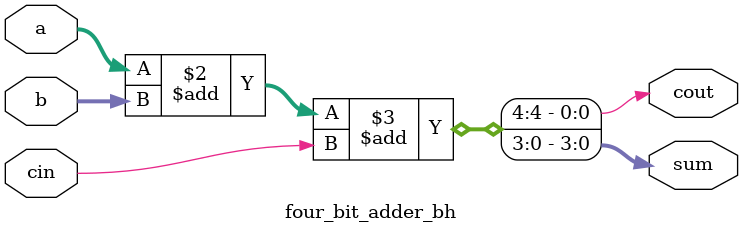
<source format=v>
module four_bit_adder_bh(sum, cout, a, b, cin);
    input [3:0] a, b;
    input cin;
    output reg [3:0] sum;
    output reg cout;
    always @(a, b, cin) begin
        {cout, sum} = a + b + cin;
    end
endmodule
</source>
